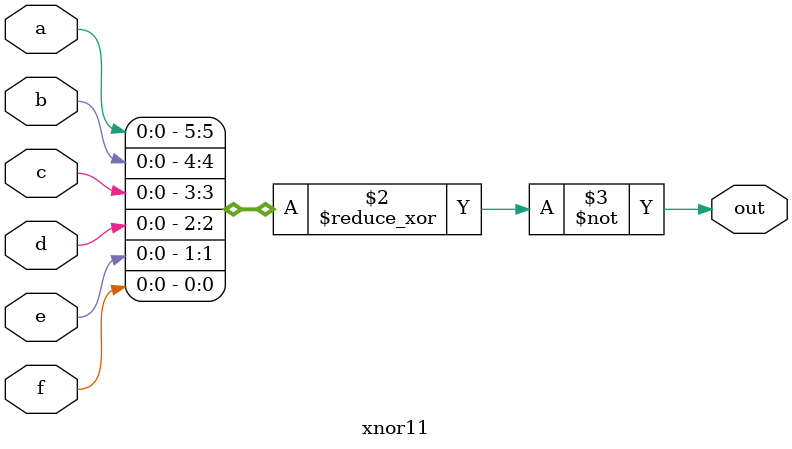
<source format=v>
module xnor11 (
  input a,
  input b,
  input c,
  input d,
  input e,
  input f,
  output reg out
);

    always @(*) begin
        out = ~(^{a,b,c,d,e,f}); // XNOR using built-in operator
    end
    
    
endmodule

</source>
